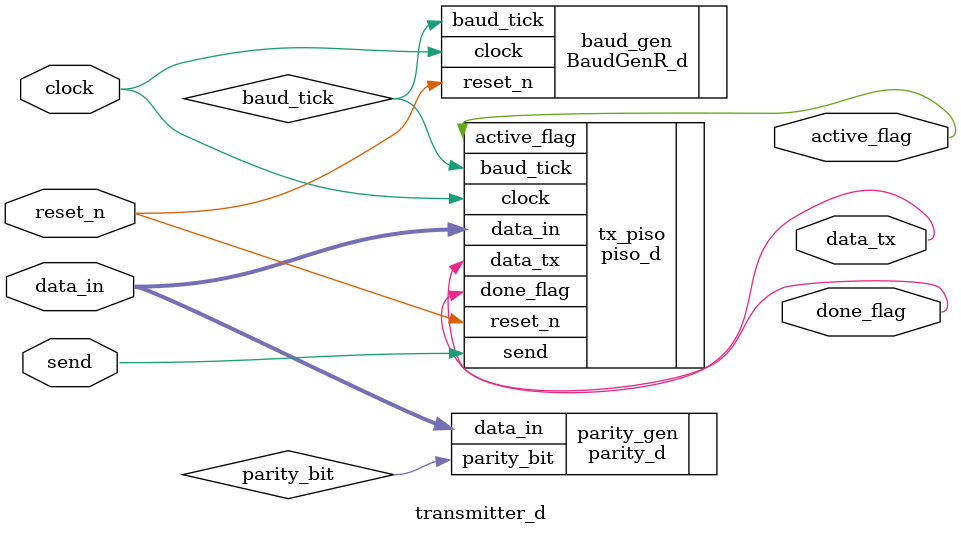
<source format=v>
`timescale 1ns / 1ps
module transmitter_d (
    input  wire        clock,
    input  wire        reset_n,
    input  wire        send,
    input  wire [7:0]  data_in,

    output wire        data_tx,
    output wire        active_flag,
    output wire        done_flag
);

    wire baud_tick;
    wire parity_bit;

    // Baud Generator
   BaudGenR_d baud_gen (
        .clock(clock),
        .reset_n(reset_n),
        .baud_tick(baud_tick)
    );

    // Parity Generator
    parity_d parity_gen (
        .data_in(data_in),
        .parity_bit(parity_bit)
    );

    // TX PISO
    piso_d tx_piso (
        .clock(clock),
        .reset_n(reset_n),
        .baud_tick(baud_tick),
        .send(send),
        .data_in(data_in),
        .data_tx(data_tx),
        .active_flag(active_flag),
        .done_flag(done_flag)
    );

endmodule

</source>
